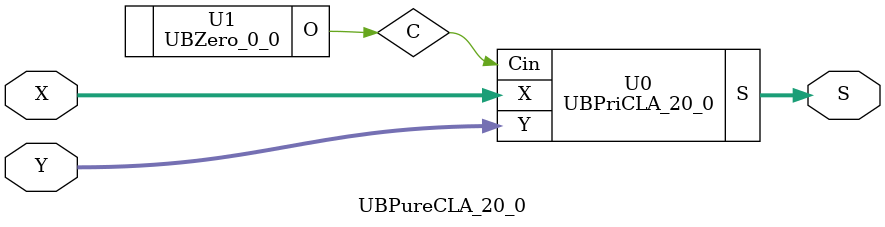
<source format=v>
/*----------------------------------------------------------------------------
  Copyright (c) 2021 Homma laboratory. All rights reserved.

  Top module: UBCLA_20_0_20_0

  Operand-1 length: 21
  Operand-2 length: 21
  Two-operand addition algorithm: Carry look-ahead adder
----------------------------------------------------------------------------*/

module GPGenerator(Go, Po, A, B);
  output Go;
  output Po;
  input A;
  input B;
  assign Go = A & B;
  assign Po = A ^ B;
endmodule

module CLAUnit_21(C, G, P, Cin);
  output [21:1] C;
  input Cin;
  input [20:0] G;
  input [20:0] P;
  assign C[1] = G[0] | ( P[0] & Cin );
  assign C[2] = G[1] | ( P[1] & G[0] ) | ( P[1] & P[0] & Cin );
  assign C[3] = G[2] | ( P[2] & G[1] ) | ( P[2] & P[1] & G[0] ) | ( P[2] & P[1] & P[0] & Cin );
  assign C[4] = G[3] | ( P[3] & G[2] ) | ( P[3] & P[2] & G[1] ) | ( P[3] & P[2] & P[1] & G[0] ) | ( P[3] & P[2] & P[1] & P[0] & Cin );
  assign C[5] = G[4] | ( P[4] & G[3] ) | ( P[4] & P[3] & G[2] ) | ( P[4] & P[3] & P[2] & G[1] ) | ( P[4] & P[3] & P[2] & P[1] & G[0] ) | ( P[4] & P[3] & P[2] & P[1] & P[0] & Cin );
  assign C[6] = G[5] | ( P[5] & G[4] ) | ( P[5] & P[4] & G[3] ) | ( P[5] & P[4] & P[3] & G[2] ) | ( P[5] & P[4] & P[3] & P[2] & G[1] ) | ( P[5] & P[4] & P[3] & P[2] & P[1] & G[0] ) | ( P[5] & P[4] & P[3]
 & P[2] & P[1] & P[0] & Cin );
  assign C[7] = G[6] | ( P[6] & G[5] ) | ( P[6] & P[5] & G[4] ) | ( P[6] & P[5] & P[4] & G[3] ) | ( P[6] & P[5] & P[4] & P[3] & G[2] ) | ( P[6] & P[5] & P[4] & P[3] & P[2] & G[1] ) | ( P[6] & P[5] & P[4]
 & P[3] & P[2] & P[1] & G[0] ) | ( P[6] & P[5] & P[4] & P[3] & P[2] & P[1] & P[0] & Cin );
  assign C[8] = G[7] | ( P[7] & G[6] ) | ( P[7] & P[6] & G[5] ) | ( P[7] & P[6] & P[5] & G[4] ) | ( P[7] & P[6] & P[5] & P[4] & G[3] ) | ( P[7] & P[6] & P[5] & P[4] & P[3] & G[2] ) | ( P[7] & P[6] & P[5]
 & P[4] & P[3] & P[2] & G[1] ) | ( P[7] & P[6] & P[5] & P[4] & P[3] & P[2] & P[1] & G[0] ) | ( P[7] & P[6] & P[5] & P[4] & P[3] & P[2] & P[1] & P[0] & Cin );
  assign C[9] = G[8] | ( P[8] & G[7] ) | ( P[8] & P[7] & G[6] ) | ( P[8] & P[7] & P[6] & G[5] ) | ( P[8] & P[7] & P[6] & P[5] & G[4] ) | ( P[8] & P[7] & P[6] & P[5] & P[4] & G[3] ) | ( P[8] & P[7] & P[6]
 & P[5] & P[4] & P[3] & G[2] ) | ( P[8] & P[7] & P[6] & P[5] & P[4] & P[3] & P[2] & G[1] ) | ( P[8] & P[7] & P[6] & P[5] & P[4] & P[3] & P[2] & P[1] & G[0] ) | ( P[8] & P[7] & P[6] & P[5] & P[4] & P[3]
 & P[2] & P[1] & P[0] & Cin );
  assign C[10] = G[9] | ( P[9] & G[8] ) | ( P[9] & P[8] & G[7] ) | ( P[9] & P[8] & P[7] & G[6] ) | ( P[9] & P[8] & P[7] & P[6] & G[5] ) | ( P[9] & P[8] & P[7] & P[6] & P[5] & G[4] ) | ( P[9] & P[8] & P[7]
 & P[6] & P[5] & P[4] & G[3] ) | ( P[9] & P[8] & P[7] & P[6] & P[5] & P[4] & P[3] & G[2] ) | ( P[9] & P[8] & P[7] & P[6] & P[5] & P[4] & P[3] & P[2] & G[1] ) | ( P[9] & P[8] & P[7] & P[6] & P[5] & P[4]
 & P[3] & P[2] & P[1] & G[0] ) | ( P[9] & P[8] & P[7] & P[6] & P[5] & P[4] & P[3] & P[2] & P[1] & P[0] & Cin );
  assign C[11] = G[10] | ( P[10] & G[9] ) | ( P[10] & P[9] & G[8] ) | ( P[10] & P[9] & P[8] & G[7] ) | ( P[10] & P[9] & P[8] & P[7] & G[6] ) | ( P[10] & P[9] & P[8] & P[7] & P[6] & G[5] ) | ( P[10] & P[9]
 & P[8] & P[7] & P[6] & P[5] & G[4] ) | ( P[10] & P[9] & P[8] & P[7] & P[6] & P[5] & P[4] & G[3] ) | ( P[10] & P[9] & P[8] & P[7] & P[6] & P[5] & P[4] & P[3] & G[2] ) | ( P[10] & P[9] & P[8] & P[7] & P[6]
 & P[5] & P[4] & P[3] & P[2] & G[1] ) | ( P[10] & P[9] & P[8] & P[7] & P[6] & P[5] & P[4] & P[3] & P[2] & P[1] & G[0] ) | ( P[10] & P[9] & P[8] & P[7] & P[6] & P[5] & P[4] & P[3] & P[2] & P[1] & P[0] &
 Cin );
  assign C[12] = G[11] | ( P[11] & G[10] ) | ( P[11] & P[10] & G[9] ) | ( P[11] & P[10] & P[9] & G[8] ) | ( P[11] & P[10] & P[9] & P[8] & G[7] ) | ( P[11] & P[10] & P[9] & P[8] & P[7] & G[6] ) | ( P[11]
 & P[10] & P[9] & P[8] & P[7] & P[6] & G[5] ) | ( P[11] & P[10] & P[9] & P[8] & P[7] & P[6] & P[5] & G[4] ) | ( P[11] & P[10] & P[9] & P[8] & P[7] & P[6] & P[5] & P[4] & G[3] ) | ( P[11] & P[10] & P[9]
 & P[8] & P[7] & P[6] & P[5] & P[4] & P[3] & G[2] ) | ( P[11] & P[10] & P[9] & P[8] & P[7] & P[6] & P[5] & P[4] & P[3] & P[2] & G[1] ) | ( P[11] & P[10] & P[9] & P[8] & P[7] & P[6] & P[5] & P[4] & P[3]
 & P[2] & P[1] & G[0] ) | ( P[11] & P[10] & P[9] & P[8] & P[7] & P[6] & P[5] & P[4] & P[3] & P[2] & P[1] & P[0] & Cin );
  assign C[13] = G[12] | ( P[12] & G[11] ) | ( P[12] & P[11] & G[10] ) | ( P[12] & P[11] & P[10] & G[9] ) | ( P[12] & P[11] & P[10] & P[9] & G[8] ) | ( P[12] & P[11] & P[10] & P[9] & P[8] & G[7] ) | ( P[12]
 & P[11] & P[10] & P[9] & P[8] & P[7] & G[6] ) | ( P[12] & P[11] & P[10] & P[9] & P[8] & P[7] & P[6] & G[5] ) | ( P[12] & P[11] & P[10] & P[9] & P[8] & P[7] & P[6] & P[5] & G[4] ) | ( P[12] & P[11] & P[10]
 & P[9] & P[8] & P[7] & P[6] & P[5] & P[4] & G[3] ) | ( P[12] & P[11] & P[10] & P[9] & P[8] & P[7] & P[6] & P[5] & P[4] & P[3] & G[2] ) | ( P[12] & P[11] & P[10] & P[9] & P[8] & P[7] & P[6] & P[5] & P[4]
 & P[3] & P[2] & G[1] ) | ( P[12] & P[11] & P[10] & P[9] & P[8] & P[7] & P[6] & P[5] & P[4] & P[3] & P[2] & P[1] & G[0] ) | ( P[12] & P[11] & P[10] & P[9] & P[8] & P[7] & P[6] & P[5] & P[4] & P[3] & P[2]
 & P[1] & P[0] & Cin );
  assign C[14] = G[13] | ( P[13] & G[12] ) | ( P[13] & P[12] & G[11] ) | ( P[13] & P[12] & P[11] & G[10] ) | ( P[13] & P[12] & P[11] & P[10] & G[9] ) | ( P[13] & P[12] & P[11] & P[10] & P[9] & G[8] ) |
 ( P[13] & P[12] & P[11] & P[10] & P[9] & P[8] & G[7] ) | ( P[13] & P[12] & P[11] & P[10] & P[9] & P[8] & P[7] & G[6] ) | ( P[13] & P[12] & P[11] & P[10] & P[9] & P[8] & P[7] & P[6] & G[5] ) | ( P[13] &
 P[12] & P[11] & P[10] & P[9] & P[8] & P[7] & P[6] & P[5] & G[4] ) | ( P[13] & P[12] & P[11] & P[10] & P[9] & P[8] & P[7] & P[6] & P[5] & P[4] & G[3] ) | ( P[13] & P[12] & P[11] & P[10] & P[9] & P[8] &
 P[7] & P[6] & P[5] & P[4] & P[3] & G[2] ) | ( P[13] & P[12] & P[11] & P[10] & P[9] & P[8] & P[7] & P[6] & P[5] & P[4] & P[3] & P[2] & G[1] ) | ( P[13] & P[12] & P[11] & P[10] & P[9] & P[8] & P[7] & P[6]
 & P[5] & P[4] & P[3] & P[2] & P[1] & G[0] ) | ( P[13] & P[12] & P[11] & P[10] & P[9] & P[8] & P[7] & P[6] & P[5] & P[4] & P[3] & P[2] & P[1] & P[0] & Cin );
  assign C[15] = G[14] | ( P[14] & G[13] ) | ( P[14] & P[13] & G[12] ) | ( P[14] & P[13] & P[12] & G[11] ) | ( P[14] & P[13] & P[12] & P[11] & G[10] ) | ( P[14] & P[13] & P[12] & P[11] & P[10] & G[9] )
 | ( P[14] & P[13] & P[12] & P[11] & P[10] & P[9] & G[8] ) | ( P[14] & P[13] & P[12] & P[11] & P[10] & P[9] & P[8] & G[7] ) | ( P[14] & P[13] & P[12] & P[11] & P[10] & P[9] & P[8] & P[7] & G[6] ) | ( P[14]
 & P[13] & P[12] & P[11] & P[10] & P[9] & P[8] & P[7] & P[6] & G[5] ) | ( P[14] & P[13] & P[12] & P[11] & P[10] & P[9] & P[8] & P[7] & P[6] & P[5] & G[4] ) | ( P[14] & P[13] & P[12] & P[11] & P[10] & P[9]
 & P[8] & P[7] & P[6] & P[5] & P[4] & G[3] ) | ( P[14] & P[13] & P[12] & P[11] & P[10] & P[9] & P[8] & P[7] & P[6] & P[5] & P[4] & P[3] & G[2] ) | ( P[14] & P[13] & P[12] & P[11] & P[10] & P[9] & P[8] &
 P[7] & P[6] & P[5] & P[4] & P[3] & P[2] & G[1] ) | ( P[14] & P[13] & P[12] & P[11] & P[10] & P[9] & P[8] & P[7] & P[6] & P[5] & P[4] & P[3] & P[2] & P[1] & G[0] ) | ( P[14] & P[13] & P[12] & P[11] & P[10]
 & P[9] & P[8] & P[7] & P[6] & P[5] & P[4] & P[3] & P[2] & P[1] & P[0] & Cin );
  assign C[16] = G[15] | ( P[15] & G[14] ) | ( P[15] & P[14] & G[13] ) | ( P[15] & P[14] & P[13] & G[12] ) | ( P[15] & P[14] & P[13] & P[12] & G[11] ) | ( P[15] & P[14] & P[13] & P[12] & P[11] & G[10] )
 | ( P[15] & P[14] & P[13] & P[12] & P[11] & P[10] & G[9] ) | ( P[15] & P[14] & P[13] & P[12] & P[11] & P[10] & P[9] & G[8] ) | ( P[15] & P[14] & P[13] & P[12] & P[11] & P[10] & P[9] & P[8] & G[7] ) | (
 P[15] & P[14] & P[13] & P[12] & P[11] & P[10] & P[9] & P[8] & P[7] & G[6] ) | ( P[15] & P[14] & P[13] & P[12] & P[11] & P[10] & P[9] & P[8] & P[7] & P[6] & G[5] ) | ( P[15] & P[14] & P[13] & P[12] & P[11]
 & P[10] & P[9] & P[8] & P[7] & P[6] & P[5] & G[4] ) | ( P[15] & P[14] & P[13] & P[12] & P[11] & P[10] & P[9] & P[8] & P[7] & P[6] & P[5] & P[4] & G[3] ) | ( P[15] & P[14] & P[13] & P[12] & P[11] & P[10]
 & P[9] & P[8] & P[7] & P[6] & P[5] & P[4] & P[3] & G[2] ) | ( P[15] & P[14] & P[13] & P[12] & P[11] & P[10] & P[9] & P[8] & P[7] & P[6] & P[5] & P[4] & P[3] & P[2] & G[1] ) | ( P[15] & P[14] & P[13] &
 P[12] & P[11] & P[10] & P[9] & P[8] & P[7] & P[6] & P[5] & P[4] & P[3] & P[2] & P[1] & G[0] ) | ( P[15] & P[14] & P[13] & P[12] & P[11] & P[10] & P[9] & P[8] & P[7] & P[6] & P[5] & P[4] & P[3] & P[2] &
 P[1] & P[0] & Cin );
  assign C[17] = G[16] | ( P[16] & G[15] ) | ( P[16] & P[15] & G[14] ) | ( P[16] & P[15] & P[14] & G[13] ) | ( P[16] & P[15] & P[14] & P[13] & G[12] ) | ( P[16] & P[15] & P[14] & P[13] & P[12] & G[11] )
 | ( P[16] & P[15] & P[14] & P[13] & P[12] & P[11] & G[10] ) | ( P[16] & P[15] & P[14] & P[13] & P[12] & P[11] & P[10] & G[9] ) | ( P[16] & P[15] & P[14] & P[13] & P[12] & P[11] & P[10] & P[9] & G[8] )
 | ( P[16] & P[15] & P[14] & P[13] & P[12] & P[11] & P[10] & P[9] & P[8] & G[7] ) | ( P[16] & P[15] & P[14] & P[13] & P[12] & P[11] & P[10] & P[9] & P[8] & P[7] & G[6] ) | ( P[16] & P[15] & P[14] & P[13]
 & P[12] & P[11] & P[10] & P[9] & P[8] & P[7] & P[6] & G[5] ) | ( P[16] & P[15] & P[14] & P[13] & P[12] & P[11] & P[10] & P[9] & P[8] & P[7] & P[6] & P[5] & G[4] ) | ( P[16] & P[15] & P[14] & P[13] & P[12]
 & P[11] & P[10] & P[9] & P[8] & P[7] & P[6] & P[5] & P[4] & G[3] ) | ( P[16] & P[15] & P[14] & P[13] & P[12] & P[11] & P[10] & P[9] & P[8] & P[7] & P[6] & P[5] & P[4] & P[3] & G[2] ) | ( P[16] & P[15]
 & P[14] & P[13] & P[12] & P[11] & P[10] & P[9] & P[8] & P[7] & P[6] & P[5] & P[4] & P[3] & P[2] & G[1] ) | ( P[16] & P[15] & P[14] & P[13] & P[12] & P[11] & P[10] & P[9] & P[8] & P[7] & P[6] & P[5] & P[4]
 & P[3] & P[2] & P[1] & G[0] ) | ( P[16] & P[15] & P[14] & P[13] & P[12] & P[11] & P[10] & P[9] & P[8] & P[7] & P[6] & P[5] & P[4] & P[3] & P[2] & P[1] & P[0] & Cin );
  assign C[18] = G[17] | ( P[17] & G[16] ) | ( P[17] & P[16] & G[15] ) | ( P[17] & P[16] & P[15] & G[14] ) | ( P[17] & P[16] & P[15] & P[14] & G[13] ) | ( P[17] & P[16] & P[15] & P[14] & P[13] & G[12] )
 | ( P[17] & P[16] & P[15] & P[14] & P[13] & P[12] & G[11] ) | ( P[17] & P[16] & P[15] & P[14] & P[13] & P[12] & P[11] & G[10] ) | ( P[17] & P[16] & P[15] & P[14] & P[13] & P[12] & P[11] & P[10] & G[9]
 ) | ( P[17] & P[16] & P[15] & P[14] & P[13] & P[12] & P[11] & P[10] & P[9] & G[8] ) | ( P[17] & P[16] & P[15] & P[14] & P[13] & P[12] & P[11] & P[10] & P[9] & P[8] & G[7] ) | ( P[17] & P[16] & P[15] &
 P[14] & P[13] & P[12] & P[11] & P[10] & P[9] & P[8] & P[7] & G[6] ) | ( P[17] & P[16] & P[15] & P[14] & P[13] & P[12] & P[11] & P[10] & P[9] & P[8] & P[7] & P[6] & G[5] ) | ( P[17] & P[16] & P[15] & P[14]
 & P[13] & P[12] & P[11] & P[10] & P[9] & P[8] & P[7] & P[6] & P[5] & G[4] ) | ( P[17] & P[16] & P[15] & P[14] & P[13] & P[12] & P[11] & P[10] & P[9] & P[8] & P[7] & P[6] & P[5] & P[4] & G[3] ) | ( P[17]
 & P[16] & P[15] & P[14] & P[13] & P[12] & P[11] & P[10] & P[9] & P[8] & P[7] & P[6] & P[5] & P[4] & P[3] & G[2] ) | ( P[17] & P[16] & P[15] & P[14] & P[13] & P[12] & P[11] & P[10] & P[9] & P[8] & P[7]
 & P[6] & P[5] & P[4] & P[3] & P[2] & G[1] ) | ( P[17] & P[16] & P[15] & P[14] & P[13] & P[12] & P[11] & P[10] & P[9] & P[8] & P[7] & P[6] & P[5] & P[4] & P[3] & P[2] & P[1] & G[0] ) | ( P[17] & P[16] &
 P[15] & P[14] & P[13] & P[12] & P[11] & P[10] & P[9] & P[8] & P[7] & P[6] & P[5] & P[4] & P[3] & P[2] & P[1] & P[0] & Cin );
  assign C[19] = G[18] | ( P[18] & G[17] ) | ( P[18] & P[17] & G[16] ) | ( P[18] & P[17] & P[16] & G[15] ) | ( P[18] & P[17] & P[16] & P[15] & G[14] ) | ( P[18] & P[17] & P[16] & P[15] & P[14] & G[13] )
 | ( P[18] & P[17] & P[16] & P[15] & P[14] & P[13] & G[12] ) | ( P[18] & P[17] & P[16] & P[15] & P[14] & P[13] & P[12] & G[11] ) | ( P[18] & P[17] & P[16] & P[15] & P[14] & P[13] & P[12] & P[11] & G[10]
 ) | ( P[18] & P[17] & P[16] & P[15] & P[14] & P[13] & P[12] & P[11] & P[10] & G[9] ) | ( P[18] & P[17] & P[16] & P[15] & P[14] & P[13] & P[12] & P[11] & P[10] & P[9] & G[8] ) | ( P[18] & P[17] & P[16]
 & P[15] & P[14] & P[13] & P[12] & P[11] & P[10] & P[9] & P[8] & G[7] ) | ( P[18] & P[17] & P[16] & P[15] & P[14] & P[13] & P[12] & P[11] & P[10] & P[9] & P[8] & P[7] & G[6] ) | ( P[18] & P[17] & P[16]
 & P[15] & P[14] & P[13] & P[12] & P[11] & P[10] & P[9] & P[8] & P[7] & P[6] & G[5] ) | ( P[18] & P[17] & P[16] & P[15] & P[14] & P[13] & P[12] & P[11] & P[10] & P[9] & P[8] & P[7] & P[6] & P[5] & G[4]
 ) | ( P[18] & P[17] & P[16] & P[15] & P[14] & P[13] & P[12] & P[11] & P[10] & P[9] & P[8] & P[7] & P[6] & P[5] & P[4] & G[3] ) | ( P[18] & P[17] & P[16] & P[15] & P[14] & P[13] & P[12] & P[11] & P[10]
 & P[9] & P[8] & P[7] & P[6] & P[5] & P[4] & P[3] & G[2] ) | ( P[18] & P[17] & P[16] & P[15] & P[14] & P[13] & P[12] & P[11] & P[10] & P[9] & P[8] & P[7] & P[6] & P[5] & P[4] & P[3] & P[2] & G[1] ) | (
 P[18] & P[17] & P[16] & P[15] & P[14] & P[13] & P[12] & P[11] & P[10] & P[9] & P[8] & P[7] & P[6] & P[5] & P[4] & P[3] & P[2] & P[1] & G[0] ) | ( P[18] & P[17] & P[16] & P[15] & P[14] & P[13] & P[12] &
 P[11] & P[10] & P[9] & P[8] & P[7] & P[6] & P[5] & P[4] & P[3] & P[2] & P[1] & P[0] & Cin );
  assign C[20] = G[19] | ( P[19] & G[18] ) | ( P[19] & P[18] & G[17] ) | ( P[19] & P[18] & P[17] & G[16] ) | ( P[19] & P[18] & P[17] & P[16] & G[15] ) | ( P[19] & P[18] & P[17] & P[16] & P[15] & G[14] )
 | ( P[19] & P[18] & P[17] & P[16] & P[15] & P[14] & G[13] ) | ( P[19] & P[18] & P[17] & P[16] & P[15] & P[14] & P[13] & G[12] ) | ( P[19] & P[18] & P[17] & P[16] & P[15] & P[14] & P[13] & P[12] & G[11]
 ) | ( P[19] & P[18] & P[17] & P[16] & P[15] & P[14] & P[13] & P[12] & P[11] & G[10] ) | ( P[19] & P[18] & P[17] & P[16] & P[15] & P[14] & P[13] & P[12] & P[11] & P[10] & G[9] ) | ( P[19] & P[18] & P[17]
 & P[16] & P[15] & P[14] & P[13] & P[12] & P[11] & P[10] & P[9] & G[8] ) | ( P[19] & P[18] & P[17] & P[16] & P[15] & P[14] & P[13] & P[12] & P[11] & P[10] & P[9] & P[8] & G[7] ) | ( P[19] & P[18] & P[17]
 & P[16] & P[15] & P[14] & P[13] & P[12] & P[11] & P[10] & P[9] & P[8] & P[7] & G[6] ) | ( P[19] & P[18] & P[17] & P[16] & P[15] & P[14] & P[13] & P[12] & P[11] & P[10] & P[9] & P[8] & P[7] & P[6] & G[5]
 ) | ( P[19] & P[18] & P[17] & P[16] & P[15] & P[14] & P[13] & P[12] & P[11] & P[10] & P[9] & P[8] & P[7] & P[6] & P[5] & G[4] ) | ( P[19] & P[18] & P[17] & P[16] & P[15] & P[14] & P[13] & P[12] & P[11]
 & P[10] & P[9] & P[8] & P[7] & P[6] & P[5] & P[4] & G[3] ) | ( P[19] & P[18] & P[17] & P[16] & P[15] & P[14] & P[13] & P[12] & P[11] & P[10] & P[9] & P[8] & P[7] & P[6] & P[5] & P[4] & P[3] & G[2] ) |
 ( P[19] & P[18] & P[17] & P[16] & P[15] & P[14] & P[13] & P[12] & P[11] & P[10] & P[9] & P[8] & P[7] & P[6] & P[5] & P[4] & P[3] & P[2] & G[1] ) | ( P[19] & P[18] & P[17] & P[16] & P[15] & P[14] & P[13]
 & P[12] & P[11] & P[10] & P[9] & P[8] & P[7] & P[6] & P[5] & P[4] & P[3] & P[2] & P[1] & G[0] ) | ( P[19] & P[18] & P[17] & P[16] & P[15] & P[14] & P[13] & P[12] & P[11] & P[10] & P[9] & P[8] & P[7] &
 P[6] & P[5] & P[4] & P[3] & P[2] & P[1] & P[0] & Cin );
  assign C[21] = G[20] | ( P[20] & G[19] ) | ( P[20] & P[19] & G[18] ) | ( P[20] & P[19] & P[18] & G[17] ) | ( P[20] & P[19] & P[18] & P[17] & G[16] ) | ( P[20] & P[19] & P[18] & P[17] & P[16] & G[15] )
 | ( P[20] & P[19] & P[18] & P[17] & P[16] & P[15] & G[14] ) | ( P[20] & P[19] & P[18] & P[17] & P[16] & P[15] & P[14] & G[13] ) | ( P[20] & P[19] & P[18] & P[17] & P[16] & P[15] & P[14] & P[13] & G[12]
 ) | ( P[20] & P[19] & P[18] & P[17] & P[16] & P[15] & P[14] & P[13] & P[12] & G[11] ) | ( P[20] & P[19] & P[18] & P[17] & P[16] & P[15] & P[14] & P[13] & P[12] & P[11] & G[10] ) | ( P[20] & P[19] & P[18]
 & P[17] & P[16] & P[15] & P[14] & P[13] & P[12] & P[11] & P[10] & G[9] ) | ( P[20] & P[19] & P[18] & P[17] & P[16] & P[15] & P[14] & P[13] & P[12] & P[11] & P[10] & P[9] & G[8] ) | ( P[20] & P[19] & P[18]
 & P[17] & P[16] & P[15] & P[14] & P[13] & P[12] & P[11] & P[10] & P[9] & P[8] & G[7] ) | ( P[20] & P[19] & P[18] & P[17] & P[16] & P[15] & P[14] & P[13] & P[12] & P[11] & P[10] & P[9] & P[8] & P[7] & G[6]
 ) | ( P[20] & P[19] & P[18] & P[17] & P[16] & P[15] & P[14] & P[13] & P[12] & P[11] & P[10] & P[9] & P[8] & P[7] & P[6] & G[5] ) | ( P[20] & P[19] & P[18] & P[17] & P[16] & P[15] & P[14] & P[13] & P[12]
 & P[11] & P[10] & P[9] & P[8] & P[7] & P[6] & P[5] & G[4] ) | ( P[20] & P[19] & P[18] & P[17] & P[16] & P[15] & P[14] & P[13] & P[12] & P[11] & P[10] & P[9] & P[8] & P[7] & P[6] & P[5] & P[4] & G[3] )
 | ( P[20] & P[19] & P[18] & P[17] & P[16] & P[15] & P[14] & P[13] & P[12] & P[11] & P[10] & P[9] & P[8] & P[7] & P[6] & P[5] & P[4] & P[3] & G[2] ) | ( P[20] & P[19] & P[18] & P[17] & P[16] & P[15] & P[14]
 & P[13] & P[12] & P[11] & P[10] & P[9] & P[8] & P[7] & P[6] & P[5] & P[4] & P[3] & P[2] & G[1] ) | ( P[20] & P[19] & P[18] & P[17] & P[16] & P[15] & P[14] & P[13] & P[12] & P[11] & P[10] & P[9] & P[8]
 & P[7] & P[6] & P[5] & P[4] & P[3] & P[2] & P[1] & G[0] ) | ( P[20] & P[19] & P[18] & P[17] & P[16] & P[15] & P[14] & P[13] & P[12] & P[11] & P[10] & P[9] & P[8] & P[7] & P[6] & P[5] & P[4] & P[3] & P[2]
 & P[1] & P[0] & Cin );
endmodule

module UBPriCLA_20_0(S, X, Y, Cin);
  output [21:0] S;
  input Cin;
  input [20:0] X;
  input [20:0] Y;
  wire [21:1] C;
  wire [20:0] G;
  wire [20:0] P;
  assign S[0] = Cin ^ P[0];
  assign S[1] = C[1] ^ P[1];
  assign S[2] = C[2] ^ P[2];
  assign S[3] = C[3] ^ P[3];
  assign S[4] = C[4] ^ P[4];
  assign S[5] = C[5] ^ P[5];
  assign S[6] = C[6] ^ P[6];
  assign S[7] = C[7] ^ P[7];
  assign S[8] = C[8] ^ P[8];
  assign S[9] = C[9] ^ P[9];
  assign S[10] = C[10] ^ P[10];
  assign S[11] = C[11] ^ P[11];
  assign S[12] = C[12] ^ P[12];
  assign S[13] = C[13] ^ P[13];
  assign S[14] = C[14] ^ P[14];
  assign S[15] = C[15] ^ P[15];
  assign S[16] = C[16] ^ P[16];
  assign S[17] = C[17] ^ P[17];
  assign S[18] = C[18] ^ P[18];
  assign S[19] = C[19] ^ P[19];
  assign S[20] = C[20] ^ P[20];
  assign S[21] = C[21];
  GPGenerator U0 (G[0], P[0], X[0], Y[0]);
  GPGenerator U1 (G[1], P[1], X[1], Y[1]);
  GPGenerator U2 (G[2], P[2], X[2], Y[2]);
  GPGenerator U3 (G[3], P[3], X[3], Y[3]);
  GPGenerator U4 (G[4], P[4], X[4], Y[4]);
  GPGenerator U5 (G[5], P[5], X[5], Y[5]);
  GPGenerator U6 (G[6], P[6], X[6], Y[6]);
  GPGenerator U7 (G[7], P[7], X[7], Y[7]);
  GPGenerator U8 (G[8], P[8], X[8], Y[8]);
  GPGenerator U9 (G[9], P[9], X[9], Y[9]);
  GPGenerator U10 (G[10], P[10], X[10], Y[10]);
  GPGenerator U11 (G[11], P[11], X[11], Y[11]);
  GPGenerator U12 (G[12], P[12], X[12], Y[12]);
  GPGenerator U13 (G[13], P[13], X[13], Y[13]);
  GPGenerator U14 (G[14], P[14], X[14], Y[14]);
  GPGenerator U15 (G[15], P[15], X[15], Y[15]);
  GPGenerator U16 (G[16], P[16], X[16], Y[16]);
  GPGenerator U17 (G[17], P[17], X[17], Y[17]);
  GPGenerator U18 (G[18], P[18], X[18], Y[18]);
  GPGenerator U19 (G[19], P[19], X[19], Y[19]);
  GPGenerator U20 (G[20], P[20], X[20], Y[20]);
  CLAUnit_21 U21 (C, G, P, Cin);
endmodule

module UBZero_0_0(O);
  output [0:0] O;
  assign O[0] = 0;
endmodule

module UBCLA_20_0_20_0 (S, X, Y);
  output [21:0] S;
  input [20:0] X;
  input [20:0] Y;
  UBPureCLA_20_0 U0 (S[21:0], X[20:0], Y[20:0]);
endmodule

module UBPureCLA_20_0 (S, X, Y);
  output [21:0] S;
  input [20:0] X;
  input [20:0] Y;
  wire C;
  UBPriCLA_20_0 U0 (S, X, Y, C);
  UBZero_0_0 U1 (C);
endmodule


</source>
